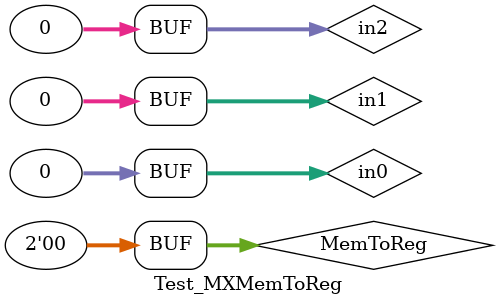
<source format=v>
`timescale 1ns / 1ps


module Test_MXMemToReg;

	// Inputs
	reg [1:0] MemToReg;
	reg [31:0] in0;
	reg [31:0] in1;
	reg [31:0] in2;

	// Outputs
	wire [31:0] out;

	// Instantiate the Unit Under Test (UUT)
	MXMemToReg uut (
		.MemToReg(MemToReg), 
		.in0(in0), 
		.in1(in1), 
		.in2(in2), 
		.out(out)
	);

	initial begin
		// Initialize Inputs
		MemToReg = 0;
		in0 = 0;
		in1 = 0;
		in2 = 0;

		// Wait 100 ns for global reset to finish
		#100;
        
		// Add stimulus here

	end
      
endmodule


</source>
